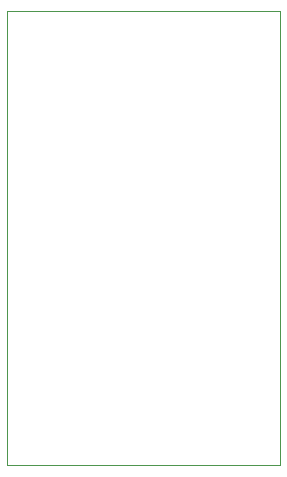
<source format=gbr>
%TF.GenerationSoftware,KiCad,Pcbnew,(6.0.1)*%
%TF.CreationDate,2022-07-04T15:39:42-03:00*%
%TF.ProjectId,pcb_for_testing,7063625f-666f-4725-9f74-657374696e67,rev?*%
%TF.SameCoordinates,Original*%
%TF.FileFunction,Profile,NP*%
%FSLAX46Y46*%
G04 Gerber Fmt 4.6, Leading zero omitted, Abs format (unit mm)*
G04 Created by KiCad (PCBNEW (6.0.1)) date 2022-07-04 15:39:42*
%MOMM*%
%LPD*%
G01*
G04 APERTURE LIST*
%TA.AperFunction,Profile*%
%ADD10C,0.100000*%
%TD*%
G04 APERTURE END LIST*
D10*
X116840000Y-60700000D02*
X139880000Y-60700000D01*
X139880000Y-60700000D02*
X139880000Y-99100000D01*
X139880000Y-99100000D02*
X116840000Y-99100000D01*
X116840000Y-99100000D02*
X116840000Y-60700000D01*
M02*

</source>
